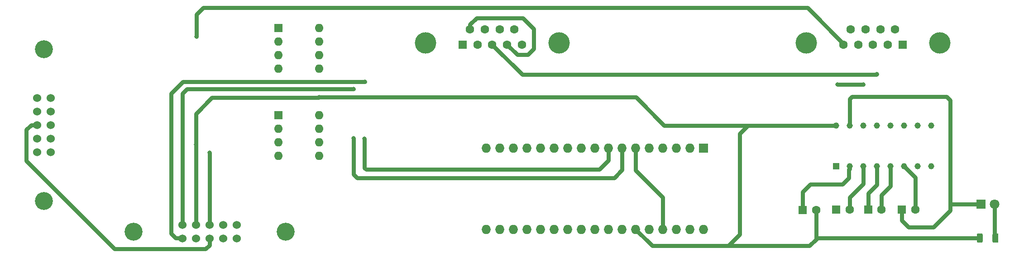
<source format=gbr>
%TF.GenerationSoftware,KiCad,Pcbnew,(5.1.9)-1*%
%TF.CreationDate,2021-03-27T08:43:11+01:00*%
%TF.ProjectId,Microcontroller,4d696372-6f63-46f6-9e74-726f6c6c6572,rev?*%
%TF.SameCoordinates,Original*%
%TF.FileFunction,Copper,L2,Bot*%
%TF.FilePolarity,Positive*%
%FSLAX46Y46*%
G04 Gerber Fmt 4.6, Leading zero omitted, Abs format (unit mm)*
G04 Created by KiCad (PCBNEW (5.1.9)-1) date 2021-03-27 08:43:11*
%MOMM*%
%LPD*%
G01*
G04 APERTURE LIST*
%TA.AperFunction,ComponentPad*%
%ADD10R,1.160000X1.160000*%
%TD*%
%TA.AperFunction,ComponentPad*%
%ADD11C,1.160000*%
%TD*%
%TA.AperFunction,ComponentPad*%
%ADD12C,1.800000*%
%TD*%
%TA.AperFunction,ComponentPad*%
%ADD13R,1.800000X1.800000*%
%TD*%
%TA.AperFunction,ComponentPad*%
%ADD14C,1.524000*%
%TD*%
%TA.AperFunction,ComponentPad*%
%ADD15C,3.352800*%
%TD*%
%TA.AperFunction,ComponentPad*%
%ADD16C,1.600000*%
%TD*%
%TA.AperFunction,ComponentPad*%
%ADD17R,1.600000X1.600000*%
%TD*%
%TA.AperFunction,ComponentPad*%
%ADD18C,4.000000*%
%TD*%
%TA.AperFunction,ComponentPad*%
%ADD19O,1.727200X1.727200*%
%TD*%
%TA.AperFunction,ComponentPad*%
%ADD20R,1.727200X1.727200*%
%TD*%
%TA.AperFunction,ComponentPad*%
%ADD21O,1.600000X1.600000*%
%TD*%
%TA.AperFunction,ViaPad*%
%ADD22C,0.800000*%
%TD*%
%TA.AperFunction,Conductor*%
%ADD23C,0.750000*%
%TD*%
G04 APERTURE END LIST*
%TO.P,R11,2*%
%TO.N,Net-(D1-Pad2)*%
%TA.AperFunction,SMDPad,CuDef*%
G36*
G01*
X217754500Y-149469001D02*
X217754500Y-148218999D01*
G75*
G02*
X218004499Y-147969000I249999J0D01*
G01*
X218629501Y-147969000D01*
G75*
G02*
X218879500Y-148218999I0J-249999D01*
G01*
X218879500Y-149469001D01*
G75*
G02*
X218629501Y-149719000I-249999J0D01*
G01*
X218004499Y-149719000D01*
G75*
G02*
X217754500Y-149469001I0J249999D01*
G01*
G37*
%TD.AperFunction*%
%TO.P,R11,1*%
%TO.N,/5V*%
%TA.AperFunction,SMDPad,CuDef*%
G36*
G01*
X214829500Y-149469001D02*
X214829500Y-148218999D01*
G75*
G02*
X215079499Y-147969000I249999J0D01*
G01*
X215704501Y-147969000D01*
G75*
G02*
X215954500Y-148218999I0J-249999D01*
G01*
X215954500Y-149469001D01*
G75*
G02*
X215704501Y-149719000I-249999J0D01*
G01*
X215079499Y-149719000D01*
G75*
G02*
X214829500Y-149469001I0J249999D01*
G01*
G37*
%TD.AperFunction*%
%TD*%
D10*
%TO.P,IC1,1*%
%TO.N,Net-(C19-Pad1)*%
X188520000Y-135350000D03*
D11*
%TO.P,IC1,2*%
%TO.N,Net-(C22-Pad1)*%
X191060000Y-135350000D03*
%TO.P,IC1,3*%
%TO.N,Net-(C19-Pad2)*%
X193600000Y-135350000D03*
%TO.P,IC1,4*%
%TO.N,Net-(C20-Pad1)*%
X196140000Y-135350000D03*
%TO.P,IC1,5*%
%TO.N,Net-(C20-Pad2)*%
X198680000Y-135350000D03*
%TO.P,IC1,6*%
%TO.N,Net-(C21-Pad2)*%
X201220000Y-135350000D03*
%TO.P,IC1,7*%
%TO.N,Net-(IC1-Pad7)*%
X203760000Y-135350000D03*
%TO.P,IC1,8*%
%TO.N,Net-(IC1-Pad8)*%
X206300000Y-135350000D03*
%TO.P,IC1,9*%
%TO.N,Net-(IC1-Pad9)*%
X206300000Y-127730000D03*
%TO.P,IC1,10*%
%TO.N,Net-(IC1-Pad10)*%
X203760000Y-127730000D03*
%TO.P,IC1,11*%
%TO.N,Net-(IC1-Pad11)*%
X201220000Y-127730000D03*
%TO.P,IC1,12*%
%TO.N,Net-(IC1-Pad12)*%
X198680000Y-127730000D03*
%TO.P,IC1,13*%
%TO.N,Net-(IC1-Pad13)*%
X196140000Y-127730000D03*
%TO.P,IC1,14*%
%TO.N,Net-(IC1-Pad14)*%
X193600000Y-127730000D03*
%TO.P,IC1,15*%
%TO.N,GND*%
X191060000Y-127730000D03*
%TO.P,IC1,16*%
%TO.N,/5V*%
X188520000Y-127730000D03*
%TD*%
D12*
%TO.P,D1,2*%
%TO.N,Net-(D1-Pad2)*%
X218186000Y-142494000D03*
D13*
%TO.P,D1,1*%
%TO.N,GND*%
X215646000Y-142494000D03*
%TD*%
D14*
%TO.P,J2,1*%
%TO.N,/I2C_SDA*%
X66250000Y-146390000D03*
%TO.P,J2,2*%
%TO.N,/I2C_SCK*%
X66250000Y-148930000D03*
%TO.P,J2,3*%
%TO.N,/5V*%
X68790000Y-146390000D03*
%TO.P,J2,4*%
%TO.N,Net-(J2-Pad4)*%
X68790000Y-148930000D03*
%TO.P,J2,5*%
%TO.N,GND*%
X71330000Y-146390000D03*
%TO.P,J2,6*%
%TO.N,Net-(J1-Pad6)*%
X71330000Y-148930000D03*
%TO.P,J2,7*%
%TO.N,Net-(J2-Pad7)*%
X73870000Y-146390000D03*
%TO.P,J2,8*%
%TO.N,Net-(J2-Pad8)*%
X73870000Y-148930000D03*
%TO.P,J2,9*%
%TO.N,Net-(J2-Pad9)*%
X76410000Y-146390000D03*
%TO.P,J2,10*%
%TO.N,Net-(J1-Pad10)*%
X76410000Y-148930000D03*
D15*
%TO.P,J2,11*%
%TO.N,Net-(J2-Pad11)*%
X57118700Y-147660000D03*
%TO.P,J2,12*%
%TO.N,Net-(J2-Pad12)*%
X85541300Y-147660000D03*
%TD*%
D14*
%TO.P,J1,1*%
%TO.N,Net-(J1-Pad1)*%
X41590000Y-122570000D03*
%TO.P,J1,2*%
%TO.N,Net-(J1-Pad2)*%
X39050000Y-122570000D03*
%TO.P,J1,3*%
%TO.N,/5V*%
X41590000Y-125110000D03*
%TO.P,J1,4*%
%TO.N,Net-(J1-Pad4)*%
X39050000Y-125110000D03*
%TO.P,J1,5*%
%TO.N,GND*%
X41590000Y-127650000D03*
%TO.P,J1,6*%
%TO.N,Net-(J1-Pad6)*%
X39050000Y-127650000D03*
%TO.P,J1,7*%
%TO.N,Net-(J1-Pad7)*%
X41590000Y-130190000D03*
%TO.P,J1,8*%
%TO.N,Net-(J1-Pad8)*%
X39050000Y-130190000D03*
%TO.P,J1,9*%
%TO.N,Net-(J1-Pad9)*%
X41590000Y-132730000D03*
%TO.P,J1,10*%
%TO.N,Net-(J1-Pad10)*%
X39050000Y-132730000D03*
D15*
%TO.P,J1,11*%
%TO.N,Net-(J1-Pad11)*%
X40320000Y-113438700D03*
%TO.P,J1,12*%
%TO.N,Net-(J1-Pad12)*%
X40320000Y-141861300D03*
%TD*%
D16*
%TO.P,C22,2*%
%TO.N,/5V*%
X184770000Y-143600000D03*
D17*
%TO.P,C22,1*%
%TO.N,Net-(C22-Pad1)*%
X182270000Y-143600000D03*
%TD*%
D16*
%TO.P,C21,2*%
%TO.N,Net-(C21-Pad2)*%
X203330000Y-143490000D03*
D17*
%TO.P,C21,1*%
%TO.N,GND*%
X200830000Y-143490000D03*
%TD*%
D16*
%TO.P,C20,2*%
%TO.N,Net-(C20-Pad2)*%
X197010000Y-143490000D03*
D17*
%TO.P,C20,1*%
%TO.N,Net-(C20-Pad1)*%
X194510000Y-143490000D03*
%TD*%
D16*
%TO.P,C19,2*%
%TO.N,Net-(C19-Pad2)*%
X191030000Y-143550000D03*
D17*
%TO.P,C19,1*%
%TO.N,Net-(C19-Pad1)*%
X188530000Y-143550000D03*
%TD*%
D18*
%TO.P,J4,0*%
%TO.N,N/C*%
X182910000Y-112300000D03*
X207910000Y-112300000D03*
D16*
%TO.P,J4,9*%
%TO.N,Net-(J4-Pad9)*%
X191255000Y-109760000D03*
%TO.P,J4,8*%
%TO.N,Net-(J4-Pad7)*%
X194025000Y-109760000D03*
%TO.P,J4,7*%
X196795000Y-109760000D03*
%TO.P,J4,6*%
%TO.N,Net-(J4-Pad6)*%
X199565000Y-109760000D03*
%TO.P,J4,5*%
%TO.N,GND*%
X189870000Y-112600000D03*
%TO.P,J4,4*%
%TO.N,Net-(J4-Pad4)*%
X192640000Y-112600000D03*
%TO.P,J4,3*%
%TO.N,Net-(IC1-Pad14)*%
X195410000Y-112600000D03*
%TO.P,J4,2*%
%TO.N,Net-(IC1-Pad13)*%
X198180000Y-112600000D03*
D17*
%TO.P,J4,1*%
%TO.N,Net-(J4-Pad1)*%
X200950000Y-112600000D03*
%TD*%
D18*
%TO.P,J3,0*%
%TO.N,N/C*%
X111710000Y-112280000D03*
X136710000Y-112280000D03*
D16*
%TO.P,J3,9*%
%TO.N,Net-(J3-Pad9)*%
X128365000Y-109740000D03*
%TO.P,J3,8*%
%TO.N,Net-(J3-Pad7)*%
X125595000Y-109740000D03*
%TO.P,J3,7*%
X122825000Y-109740000D03*
%TO.P,J3,6*%
%TO.N,Net-(J3-Pad4)*%
X120055000Y-109740000D03*
%TO.P,J3,5*%
%TO.N,GND*%
X129750000Y-112580000D03*
%TO.P,J3,4*%
%TO.N,Net-(J3-Pad4)*%
X126980000Y-112580000D03*
%TO.P,J3,3*%
%TO.N,Net-(IC1-Pad13)*%
X124210000Y-112580000D03*
%TO.P,J3,2*%
%TO.N,Net-(IC1-Pad14)*%
X121440000Y-112580000D03*
D17*
%TO.P,J3,1*%
%TO.N,Net-(J3-Pad1)*%
X118670000Y-112580000D03*
%TD*%
D19*
%TO.P,XA1,*%
%TO.N,*%
X145980000Y-147240000D03*
%TO.P,XA1,RST2*%
%TO.N,Net-(XA1-PadRST2)*%
X153600000Y-132000000D03*
D20*
%TO.P,XA1,MOSI*%
%TO.N,Net-(XA1-PadMOSI)*%
X163760000Y-132000000D03*
D19*
%TO.P,XA1,SCK*%
%TO.N,Net-(XA1-PadSCK)*%
X163760000Y-147240000D03*
%TO.P,XA1,A0*%
%TO.N,Net-(R10-Pad1)*%
X130740000Y-147240000D03*
%TO.P,XA1,VIN*%
%TO.N,Net-(XA1-PadVIN)*%
X158680000Y-147240000D03*
%TO.P,XA1,GND2*%
%TO.N,GND*%
X151060000Y-132000000D03*
%TO.P,XA1,GND1*%
X156140000Y-147240000D03*
%TO.P,XA1,5V*%
%TO.N,/5V*%
X151060000Y-147240000D03*
%TO.P,XA1,3V3*%
%TO.N,Net-(XA1-Pad3V3)*%
X125660000Y-147240000D03*
%TO.P,XA1,RST1*%
%TO.N,Net-(XA1-PadRST1)*%
X153600000Y-147240000D03*
%TO.P,XA1,SS*%
%TO.N,Net-(XA1-PadSS)*%
X161220000Y-132000000D03*
%TO.P,XA1,D0*%
%TO.N,Net-(XA1-PadD0)*%
X156140000Y-132000000D03*
%TO.P,XA1,D1*%
%TO.N,Net-(XA1-PadD1)*%
X158680000Y-132000000D03*
%TO.P,XA1,D2*%
%TO.N,/I2C_SDA*%
X148520000Y-132000000D03*
%TO.P,XA1,D3*%
%TO.N,/I2C_SCK*%
X145980000Y-132000000D03*
%TO.P,XA1,D4*%
%TO.N,Net-(XA1-PadD4)*%
X143440000Y-132000000D03*
%TO.P,XA1,D5*%
%TO.N,Net-(XA1-PadD5)*%
X140900000Y-132000000D03*
%TO.P,XA1,D6*%
%TO.N,Net-(XA1-PadD6)*%
X138360000Y-132000000D03*
%TO.P,XA1,D7*%
%TO.N,Net-(XA1-PadD7)*%
X135820000Y-132000000D03*
%TO.P,XA1,D8*%
%TO.N,Net-(XA1-PadD8)*%
X133280000Y-132000000D03*
%TO.P,XA1,D9*%
%TO.N,Net-(XA1-PadD9)*%
X130740000Y-132000000D03*
%TO.P,XA1,D10*%
%TO.N,Net-(IC1-Pad12)*%
X128200000Y-132000000D03*
%TO.P,XA1,AREF*%
%TO.N,Net-(XA1-PadAREF)*%
X128200000Y-147240000D03*
%TO.P,XA1,D13*%
%TO.N,Net-(XA1-PadD13)*%
X123120000Y-147240000D03*
%TO.P,XA1,D12*%
%TO.N,Net-(XA1-PadD12)*%
X123120000Y-132000000D03*
%TO.P,XA1,D11*%
%TO.N,Net-(IC1-Pad11)*%
X125660000Y-132000000D03*
%TO.P,XA1,*%
%TO.N,*%
X148520000Y-147240000D03*
%TO.P,XA1,A1*%
%TO.N,Net-(R1-Pad2)*%
X133280000Y-147240000D03*
%TO.P,XA1,A2*%
%TO.N,Net-(XA1-PadA2)*%
X135820000Y-147240000D03*
%TO.P,XA1,A3*%
%TO.N,Net-(XA1-PadA3)*%
X138360000Y-147240000D03*
%TO.P,XA1,A4*%
%TO.N,Net-(XA1-PadA4)*%
X140900000Y-147240000D03*
%TO.P,XA1,A5*%
%TO.N,Net-(XA1-PadA5)*%
X143440000Y-147240000D03*
%TO.P,XA1,MISO*%
%TO.N,Net-(XA1-PadMISO)*%
X161220000Y-147240000D03*
%TD*%
D21*
%TO.P,SW2,8*%
%TO.N,/5V*%
X91830000Y-125850000D03*
%TO.P,SW2,4*%
%TO.N,Net-(R10-Pad2)*%
X84210000Y-133470000D03*
%TO.P,SW2,7*%
%TO.N,/5V*%
X91830000Y-128390000D03*
%TO.P,SW2,3*%
%TO.N,Net-(R8-Pad2)*%
X84210000Y-130930000D03*
%TO.P,SW2,6*%
%TO.N,/5V*%
X91830000Y-130930000D03*
%TO.P,SW2,2*%
%TO.N,Net-(R6-Pad2)*%
X84210000Y-128390000D03*
%TO.P,SW2,5*%
%TO.N,/5V*%
X91830000Y-133470000D03*
D17*
%TO.P,SW2,1*%
%TO.N,Net-(R4-Pad2)*%
X84210000Y-125850000D03*
%TD*%
D21*
%TO.P,SW1,8*%
%TO.N,/5V*%
X91820000Y-109440000D03*
%TO.P,SW1,4*%
%TO.N,Net-(R9-Pad2)*%
X84200000Y-117060000D03*
%TO.P,SW1,7*%
%TO.N,/5V*%
X91820000Y-111980000D03*
%TO.P,SW1,3*%
%TO.N,Net-(R7-Pad2)*%
X84200000Y-114520000D03*
%TO.P,SW1,6*%
%TO.N,/5V*%
X91820000Y-114520000D03*
%TO.P,SW1,2*%
%TO.N,Net-(R5-Pad2)*%
X84200000Y-111980000D03*
%TO.P,SW1,5*%
%TO.N,/5V*%
X91820000Y-117060000D03*
D17*
%TO.P,SW1,1*%
%TO.N,Net-(R3-Pad2)*%
X84200000Y-109440000D03*
%TD*%
D22*
%TO.N,Net-(IC1-Pad13)*%
X196140000Y-118150000D03*
%TO.N,Net-(IC1-Pad14)*%
X188790000Y-120080000D03*
X193600000Y-120060000D03*
%TO.N,GND*%
X68910000Y-111110000D03*
X71340000Y-132842000D03*
%TO.N,/5V*%
X91820000Y-122440002D03*
X151152500Y-122507500D03*
X68790000Y-131318000D03*
%TO.N,/I2C_SDA*%
X98280000Y-120940000D03*
X98280000Y-130130000D03*
%TO.N,/I2C_SCK*%
X100320000Y-130250000D03*
X100350000Y-119560000D03*
%TD*%
D23*
%TO.N,Net-(C22-Pad1)*%
X191060000Y-135850000D02*
X191060000Y-135350000D01*
X190930000Y-135980000D02*
X191060000Y-135850000D01*
X190930000Y-137560000D02*
X190930000Y-135980000D01*
X189750000Y-138740000D02*
X190930000Y-137560000D01*
X183730000Y-138740000D02*
X189750000Y-138740000D01*
X182270000Y-140200000D02*
X183730000Y-138740000D01*
X182270000Y-143600000D02*
X182270000Y-140200000D01*
%TO.N,Net-(C19-Pad2)*%
X193600000Y-138670000D02*
X193600000Y-135350000D01*
X191030000Y-141240000D02*
X193600000Y-138670000D01*
X191030000Y-143550000D02*
X191030000Y-141240000D01*
%TO.N,Net-(C20-Pad1)*%
X196140000Y-138870000D02*
X196140000Y-135350000D01*
X194510000Y-140500000D02*
X196140000Y-138870000D01*
X194510000Y-143490000D02*
X194510000Y-140500000D01*
%TO.N,Net-(C20-Pad2)*%
X198680000Y-139140000D02*
X198680000Y-135350000D01*
X197010000Y-140810000D02*
X198680000Y-139140000D01*
X197010000Y-143490000D02*
X197010000Y-140810000D01*
%TO.N,Net-(C21-Pad2)*%
X203330000Y-137460000D02*
X201220000Y-135350000D01*
X203330000Y-143490000D02*
X203330000Y-137460000D01*
%TO.N,Net-(IC1-Pad13)*%
X124210000Y-112580000D02*
X129840000Y-118210000D01*
X196080000Y-118210000D02*
X196140000Y-118150000D01*
X129840000Y-118210000D02*
X196080000Y-118210000D01*
%TO.N,Net-(IC1-Pad14)*%
X193580000Y-120080000D02*
X193600000Y-120060000D01*
X188790000Y-120080000D02*
X193580000Y-120080000D01*
%TO.N,GND*%
X156140000Y-141210000D02*
X156140000Y-147240000D01*
X151060000Y-136130000D02*
X156140000Y-141210000D01*
X151060000Y-132000000D02*
X151060000Y-136130000D01*
X189870000Y-112400000D02*
X189870000Y-112600000D01*
X183160000Y-105690000D02*
X189870000Y-112400000D01*
X70160000Y-105690000D02*
X183160000Y-105690000D01*
X68910000Y-106940000D02*
X70160000Y-105690000D01*
X68910000Y-111110000D02*
X68910000Y-106940000D01*
X191060000Y-122770000D02*
X191060000Y-127730000D01*
X209160000Y-122320000D02*
X191510000Y-122320000D01*
X209890000Y-123050000D02*
X209160000Y-122320000D01*
X206750000Y-146810000D02*
X209890000Y-143670000D01*
X202080000Y-146810000D02*
X206750000Y-146810000D01*
X191510000Y-122320000D02*
X191060000Y-122770000D01*
X200830000Y-145560000D02*
X202080000Y-146810000D01*
X200830000Y-143490000D02*
X200830000Y-145560000D01*
X71330000Y-132852000D02*
X71340000Y-132842000D01*
X71330000Y-146390000D02*
X71330000Y-132852000D01*
X210058000Y-142494000D02*
X209890000Y-142662000D01*
X215646000Y-142494000D02*
X210058000Y-142494000D01*
X209890000Y-142662000D02*
X209890000Y-123050000D01*
X209890000Y-143670000D02*
X209890000Y-142662000D01*
%TO.N,/5V*%
X170490000Y-129270000D02*
X172030000Y-127730000D01*
X170490000Y-148180000D02*
X170490000Y-129270000D01*
X172030000Y-127730000D02*
X188520000Y-127730000D01*
X168350000Y-150320000D02*
X170490000Y-148180000D01*
X154140000Y-150320000D02*
X168350000Y-150320000D01*
X151060000Y-147240000D02*
X154140000Y-150320000D01*
X183540000Y-150320000D02*
X168350000Y-150320000D01*
X184770000Y-149090000D02*
X183540000Y-150320000D01*
X184770000Y-143600000D02*
X184770000Y-149090000D01*
X188520000Y-127730000D02*
X156375000Y-127730000D01*
X156375000Y-127730000D02*
X151152500Y-122507500D01*
X91820000Y-122440002D02*
X151085002Y-122440002D01*
X151085002Y-122440002D02*
X151152500Y-122507500D01*
X41590000Y-125110000D02*
X41702000Y-125222000D01*
X68790000Y-146390000D02*
X68790000Y-131318000D01*
X68790000Y-125520000D02*
X68790000Y-131318000D01*
X71800000Y-122510000D02*
X68790000Y-125520000D01*
X91750002Y-122510000D02*
X71800000Y-122510000D01*
X91820000Y-122440002D02*
X91750002Y-122510000D01*
X185016000Y-148844000D02*
X184770000Y-149090000D01*
X215392000Y-148844000D02*
X185016000Y-148844000D01*
%TO.N,Net-(J1-Pad9)*%
X41700000Y-132840000D02*
X41590000Y-132730000D01*
%TO.N,/I2C_SDA*%
X66649999Y-121370001D02*
X66250000Y-121770000D01*
X67080000Y-120940000D02*
X66649999Y-121370001D01*
X95530000Y-120940000D02*
X67080000Y-120940000D01*
X148520000Y-136070000D02*
X147030000Y-137560000D01*
X148520000Y-132000000D02*
X148520000Y-136070000D01*
X95530000Y-120940000D02*
X98280000Y-120940000D01*
X98280000Y-136870000D02*
X98970000Y-137560000D01*
X98280000Y-130130000D02*
X98280000Y-136870000D01*
X147030000Y-137560000D02*
X98970000Y-137560000D01*
X66250000Y-146390000D02*
X66250000Y-128059996D01*
X66250000Y-128059996D02*
X66249995Y-128059991D01*
X66249995Y-121770005D02*
X66250000Y-121770000D01*
X66249995Y-128059991D02*
X66249995Y-121770005D01*
%TO.N,/I2C_SCK*%
X100620000Y-136010000D02*
X100300000Y-135690000D01*
X145980000Y-132000000D02*
X145980000Y-134240000D01*
X100300000Y-135690000D02*
X100300000Y-130270000D01*
X144210000Y-136010000D02*
X100620000Y-136010000D01*
X100300000Y-130270000D02*
X100320000Y-130250000D01*
X145980000Y-134240000D02*
X144210000Y-136010000D01*
X95380000Y-119530000D02*
X100320000Y-119530000D01*
X100320000Y-119530000D02*
X100350000Y-119560000D01*
X95370000Y-119540000D02*
X95380000Y-119530000D01*
X66380000Y-119540000D02*
X95370000Y-119540000D01*
X64140000Y-121780000D02*
X66380000Y-119540000D01*
X64140000Y-147960000D02*
X64140000Y-121780000D01*
X65024000Y-148844000D02*
X64140000Y-147960000D01*
X66164000Y-148844000D02*
X65024000Y-148844000D01*
X66250000Y-148930000D02*
X66164000Y-148844000D01*
%TO.N,Net-(J3-Pad4)*%
X121290000Y-107580000D02*
X120055000Y-108815000D01*
X132010000Y-109650000D02*
X129940000Y-107580000D01*
X132010000Y-113330000D02*
X132010000Y-109650000D01*
X120055000Y-108815000D02*
X120055000Y-109740000D01*
X129940000Y-107580000D02*
X121290000Y-107580000D01*
X130850000Y-114490000D02*
X132010000Y-113330000D01*
X128890000Y-114490000D02*
X130850000Y-114490000D01*
X126980000Y-112580000D02*
X128890000Y-114490000D01*
%TO.N,Net-(J1-Pad6)*%
X71330000Y-150158000D02*
X71330000Y-148930000D01*
X70612000Y-150876000D02*
X71330000Y-150158000D01*
X53594000Y-150876000D02*
X70612000Y-150876000D01*
X37084000Y-128524000D02*
X37084000Y-134366000D01*
X37084000Y-134366000D02*
X53594000Y-150876000D01*
X37958000Y-127650000D02*
X37084000Y-128524000D01*
X39050000Y-127650000D02*
X37958000Y-127650000D01*
%TO.N,Net-(D1-Pad2)*%
X218186000Y-148713000D02*
X218317000Y-148844000D01*
X218186000Y-142494000D02*
X218186000Y-148713000D01*
%TD*%
M02*

</source>
